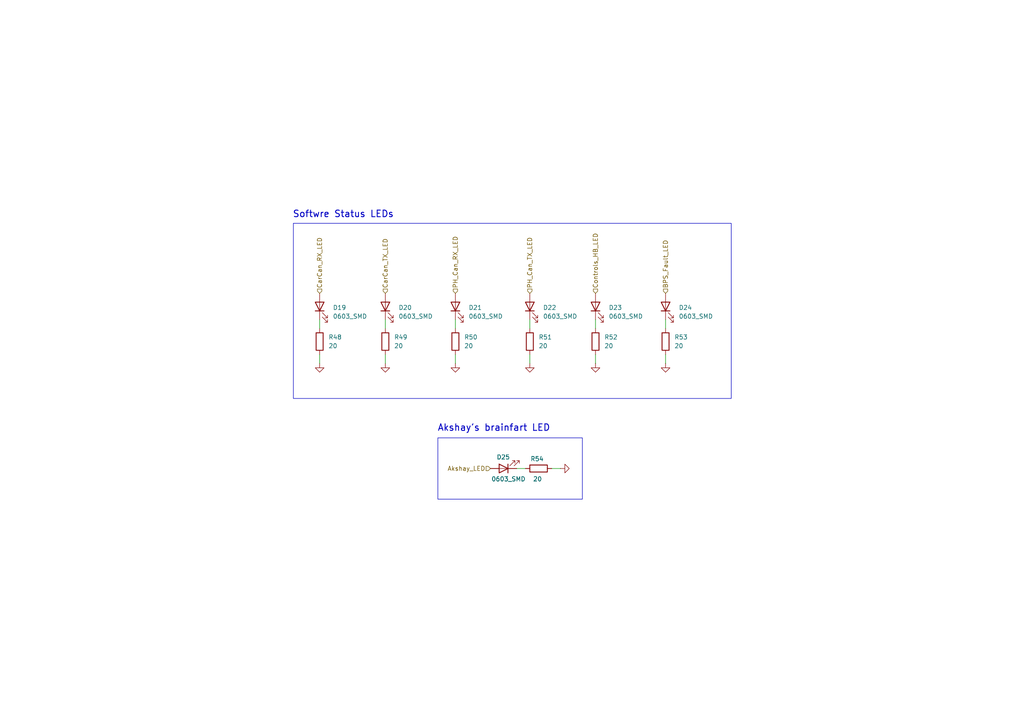
<source format=kicad_sch>
(kicad_sch (version 20250114) (generator "eeschema") (generator_version "9.0")
  (paper "A4")
  (lib_symbols
    (symbol "Device:LED" (pin_numbers (hide yes)) (pin_names (offset 1.016) (hide yes))
      (property "Reference" "D" (at 0 2.54 0))
      (property "Value" "LED" (at 0 -2.54 0))
      (symbol "LED_0_1"
        (polyline (pts (xy -3.048 -0.762) (xy -4.572 -2.286) (xy -3.81 -2.286) (xy -4.572 -2.286) (xy -4.572 -1.524)))
        (polyline (pts (xy -1.778 -0.762) (xy -3.302 -2.286) (xy -2.54 -2.286) (xy -3.302 -2.286) (xy -3.302 -1.524)))
        (polyline (pts (xy -1.27 0) (xy 1.27 0)))
        (polyline (pts (xy -1.27 -1.27) (xy -1.27 1.27)) (stroke (width 0.254)))
        (polyline (pts (xy 1.27 -1.27) (xy 1.27 1.27) (xy -1.27 0) (xy 1.27 -1.27)) (stroke (width 0.254)))
      )
      (symbol "LED_1_1"
        (pin passive line (at -3.81 0 0) (length 2.54) (name "K") (number "1"))
        (pin passive line (at 3.81 0 180) (length 2.54) (name "A") (number "2"))
      )
    )
    (symbol "Device:R" (pin_numbers (hide yes)) (pin_names (offset 0))
      (property "Reference" "R" (at 2.032 0 90))
      (property "Value" "R" (at 0 0 90))
      (symbol "R_0_1"
        (rectangle (start -1.016 -2.54) (end 1.016 2.54) (stroke (width 0.254)))
      )
      (symbol "R_1_1"
        (pin passive line (at 0 3.81 270) (length 1.27) (name "~") (number "1"))
        (pin passive line (at 0 -3.81 90) (length 1.27) (name "~") (number "2"))
      )
    )
    (symbol "power:GND" (power) (pin_numbers (hide yes)) (pin_names (offset 0) (hide yes))
      (property "Value" "GND" (at 0 -3.81 0))
      (symbol "GND_0_1"
        (polyline (pts (xy 0 0) (xy 0 -1.27) (xy 1.27 -1.27) (xy 0 -2.54) (xy -1.27 -1.27) (xy 0 -1.27)))
      )
      (symbol "GND_1_1"
        (pin power_in line (at 0 0 270) (length 0) (name "~") (number "1"))
      )
    )
  )
  (rectangle (start 127 127) (end 168.91 144.78))
  (rectangle (start 85.09 64.77) (end 212.09 115.57))
  (text "Akshay's brainfart LED" (at 143.256 124.206 0) (effects (font (size 1.905 1.905) (thickness 0.254) (bold yes))))
  (text "Softwre Status LEDs" (at 99.568 62.23 0) (effects (font (size 1.905 1.905) (thickness 0.254) (bold yes))))
  (wire (pts (xy 193.04 102.87) (xy 193.04 105.41)))
  (wire (pts (xy 160.02 135.89) (xy 162.56 135.89)))
  (wire (pts (xy 153.67 102.87) (xy 153.67 105.41)))
  (wire (pts (xy 193.04 92.71) (xy 193.04 95.25)))
  (wire (pts (xy 153.67 92.71) (xy 153.67 95.25)))
  (wire (pts (xy 92.71 92.71) (xy 92.71 95.25)))
  (wire (pts (xy 111.76 102.87) (xy 111.76 105.41)))
  (wire (pts (xy 132.08 92.71) (xy 132.08 95.25)))
  (wire (pts (xy 111.76 92.71) (xy 111.76 95.25)))
  (wire (pts (xy 149.86 135.89) (xy 152.4 135.89)))
  (wire (pts (xy 172.72 102.87) (xy 172.72 105.41)))
  (wire (pts (xy 172.72 92.71) (xy 172.72 95.25)))
  (wire (pts (xy 132.08 102.87) (xy 132.08 105.41)))
  (wire (pts (xy 92.71 102.87) (xy 92.71 105.41)))
  (hierarchical_label "PH_Can_TX_LED" (shape input) (at 153.67 85.09 90))
  (hierarchical_label "CarCan_TX_LED" (shape input) (at 111.76 85.09 90))
  (hierarchical_label "Controls_HB_LED" (shape input) (at 172.72 85.09 90))
  (hierarchical_label "PH_Can_RX_LED" (shape input) (at 132.08 85.09 90))
  (hierarchical_label "CarCan_RX_LED" (shape input) (at 92.71 85.09 90))
  (hierarchical_label "BPS_Fault_LED" (shape input) (at 193.04 85.09 90))
  (hierarchical_label "Akshay_LED" (shape input) (at 142.24 135.89 180))
  (symbol (lib_id "Device:R") (at 172.72 99.06 0) (unit 1)
    (property "Reference" "R52" (at 175.26 97.7899 0) (effects (justify left)))
    (property "Value" "20" (at 175.26 100.3299 0) (effects (justify left)))
    (property "Footprint" "Capacitor_SMD:C_0201_0603Metric_Pad0.64x0.40mm_HandSolder" (effects (hide yes)))
    (property "Description" "Resistor" (effects (hide yes)))
  )
  (symbol (lib_id "Device:LED") (at 146.05 135.89 180) (unit 1)
    (property "Reference" "D25" (at 144.018 132.588 0) (effects (justify right)))
    (property "Value" "0603_SMD" (at 142.494 138.938 0) (effects (justify right)))
    (property "Footprint" "LED_SMD:LED_0201_0603Metric_Pad0.64x0.40mm_HandSolder" (effects (hide yes)))
    (property "Description" "Light emitting diode" (effects (hide yes)))
    (property "Sim.Pins" "1=K 2=A" (effects (hide yes)))
  )
  (symbol (lib_id "Device:LED") (at 132.08 88.9 90) (unit 1)
    (property "Reference" "D21" (at 135.89 89.2174 90) (effects (justify right)))
    (property "Value" "0603_SMD" (at 135.89 91.7574 90) (effects (justify right)))
    (property "Footprint" "LED_SMD:LED_0201_0603Metric_Pad0.64x0.40mm_HandSolder" (effects (hide yes)))
    (property "Description" "Light emitting diode" (effects (hide yes)))
    (property "Sim.Pins" "1=K 2=A" (effects (hide yes)))
  )
  (symbol (lib_id "Device:LED") (at 153.67 88.9 90) (unit 1)
    (property "Reference" "D22" (at 157.48 89.2174 90) (effects (justify right)))
    (property "Value" "0603_SMD" (at 157.48 91.7574 90) (effects (justify right)))
    (property "Footprint" "LED_SMD:LED_0201_0603Metric_Pad0.64x0.40mm_HandSolder" (effects (hide yes)))
    (property "Description" "Light emitting diode" (effects (hide yes)))
    (property "Sim.Pins" "1=K 2=A" (effects (hide yes)))
  )
  (symbol (lib_id "Device:R") (at 132.08 99.06 0) (unit 1)
    (property "Reference" "R50" (at 134.62 97.7899 0) (effects (justify left)))
    (property "Value" "20" (at 134.62 100.3299 0) (effects (justify left)))
    (property "Footprint" "Capacitor_SMD:C_0201_0603Metric_Pad0.64x0.40mm_HandSolder" (effects (hide yes)))
    (property "Description" "Resistor" (effects (hide yes)))
  )
  (symbol (lib_id "Device:LED") (at 92.71 88.9 90) (unit 1)
    (property "Reference" "D19" (at 96.52 89.2174 90) (effects (justify right)))
    (property "Value" "0603_SMD" (at 96.52 91.7574 90) (effects (justify right)))
    (property "Footprint" "LED_SMD:LED_0201_0603Metric_Pad0.64x0.40mm_HandSolder" (effects (hide yes)))
    (property "Description" "Light emitting diode" (effects (hide yes)))
    (property "Sim.Pins" "1=K 2=A" (effects (hide yes)))
  )
  (symbol (lib_id "power:GND") (at 153.67 105.41 0) (unit 1)
    (property "Reference" "#PWR074" (effects (hide yes)))
    (property "Value" "GND" (effects (hide yes)))
    (property "Description" "Power symbol creates a global label with name \"GND\" , ground" (effects (hide yes)))
  )
  (symbol (lib_id "Device:R") (at 153.67 99.06 0) (unit 1)
    (property "Reference" "R51" (at 156.21 97.7899 0) (effects (justify left)))
    (property "Value" "20" (at 156.21 100.3299 0) (effects (justify left)))
    (property "Footprint" "Capacitor_SMD:C_0201_0603Metric_Pad0.64x0.40mm_HandSolder" (effects (hide yes)))
    (property "Description" "Resistor" (effects (hide yes)))
  )
  (symbol (lib_id "Device:LED") (at 111.76 88.9 90) (unit 1)
    (property "Reference" "D20" (at 115.57 89.2174 90) (effects (justify right)))
    (property "Value" "0603_SMD" (at 115.57 91.7574 90) (effects (justify right)))
    (property "Footprint" "LED_SMD:LED_0201_0603Metric_Pad0.64x0.40mm_HandSolder" (effects (hide yes)))
    (property "Description" "Light emitting diode" (effects (hide yes)))
    (property "Sim.Pins" "1=K 2=A" (effects (hide yes)))
  )
  (symbol (lib_id "Device:R") (at 111.76 99.06 0) (unit 1)
    (property "Reference" "R49" (at 114.3 97.7899 0) (effects (justify left)))
    (property "Value" "20" (at 114.3 100.3299 0) (effects (justify left)))
    (property "Footprint" "Capacitor_SMD:C_0201_0603Metric_Pad0.64x0.40mm_HandSolder" (effects (hide yes)))
    (property "Description" "Resistor" (effects (hide yes)))
  )
  (symbol (lib_id "power:GND") (at 162.56 135.89 90) (unit 1)
    (property "Reference" "#PWR077" (effects (hide yes)))
    (property "Value" "GND" (effects (hide yes)))
    (property "Description" "Power symbol creates a global label with name \"GND\" , ground" (effects (hide yes)))
  )
  (symbol (lib_id "Device:LED") (at 193.04 88.9 90) (unit 1)
    (property "Reference" "D24" (at 196.85 89.2174 90) (effects (justify right)))
    (property "Value" "0603_SMD" (at 196.85 91.7574 90) (effects (justify right)))
    (property "Footprint" "LED_SMD:LED_0201_0603Metric_Pad0.64x0.40mm_HandSolder" (effects (hide yes)))
    (property "Description" "Light emitting diode" (effects (hide yes)))
    (property "Sim.Pins" "1=K 2=A" (effects (hide yes)))
  )
  (symbol (lib_id "power:GND") (at 111.76 105.41 0) (unit 1)
    (property "Reference" "#PWR065" (effects (hide yes)))
    (property "Value" "GND" (effects (hide yes)))
    (property "Description" "Power symbol creates a global label with name \"GND\" , ground" (effects (hide yes)))
  )
  (symbol (lib_id "power:GND") (at 172.72 105.41 0) (unit 1)
    (property "Reference" "#PWR075" (effects (hide yes)))
    (property "Value" "GND" (effects (hide yes)))
    (property "Description" "Power symbol creates a global label with name \"GND\" , ground" (effects (hide yes)))
  )
  (symbol (lib_id "power:GND") (at 92.71 105.41 0) (unit 1)
    (property "Reference" "#PWR064" (effects (hide yes)))
    (property "Value" "GND" (effects (hide yes)))
    (property "Description" "Power symbol creates a global label with name \"GND\" , ground" (effects (hide yes)))
  )
  (symbol (lib_id "Device:LED") (at 172.72 88.9 90) (unit 1)
    (property "Reference" "D23" (at 176.53 89.2174 90) (effects (justify right)))
    (property "Value" "0603_SMD" (at 176.53 91.7574 90) (effects (justify right)))
    (property "Footprint" "LED_SMD:LED_0201_0603Metric_Pad0.64x0.40mm_HandSolder" (effects (hide yes)))
    (property "Description" "Light emitting diode" (effects (hide yes)))
    (property "Sim.Pins" "1=K 2=A" (effects (hide yes)))
  )
  (symbol (lib_id "Device:R") (at 193.04 99.06 0) (unit 1)
    (property "Reference" "R53" (at 195.58 97.7899 0) (effects (justify left)))
    (property "Value" "20" (at 195.58 100.3299 0) (effects (justify left)))
    (property "Footprint" "Capacitor_SMD:C_0201_0603Metric_Pad0.64x0.40mm_HandSolder" (effects (hide yes)))
    (property "Description" "Resistor" (effects (hide yes)))
  )
  (symbol (lib_id "power:GND") (at 132.08 105.41 0) (unit 1)
    (property "Reference" "#PWR071" (effects (hide yes)))
    (property "Value" "GND" (effects (hide yes)))
    (property "Description" "Power symbol creates a global label with name \"GND\" , ground" (effects (hide yes)))
  )
  (symbol (lib_id "Device:R") (at 156.21 135.89 90) (unit 1)
    (property "Reference" "R54" (at 157.734 133.096 90) (effects (justify left)))
    (property "Value" "20" (at 157.226 138.938 90) (effects (justify left)))
    (property "Footprint" "Capacitor_SMD:C_0201_0603Metric_Pad0.64x0.40mm_HandSolder" (effects (hide yes)))
    (property "Description" "Resistor" (effects (hide yes)))
  )
  (symbol (lib_id "Device:R") (at 92.71 99.06 0) (unit 1)
    (property "Reference" "R48" (at 95.25 97.7899 0) (effects (justify left)))
    (property "Value" "20" (at 95.25 100.3299 0) (effects (justify left)))
    (property "Footprint" "Capacitor_SMD:C_0201_0603Metric_Pad0.64x0.40mm_HandSolder" (effects (hide yes)))
    (property "Description" "Resistor" (effects (hide yes)))
  )
  (symbol (lib_id "power:GND") (at 193.04 105.41 0) (unit 1)
    (property "Reference" "#PWR076" (effects (hide yes)))
    (property "Value" "GND" (effects (hide yes)))
    (property "Description" "Power symbol creates a global label with name \"GND\" , ground" (effects (hide yes)))
  )
)
</source>
